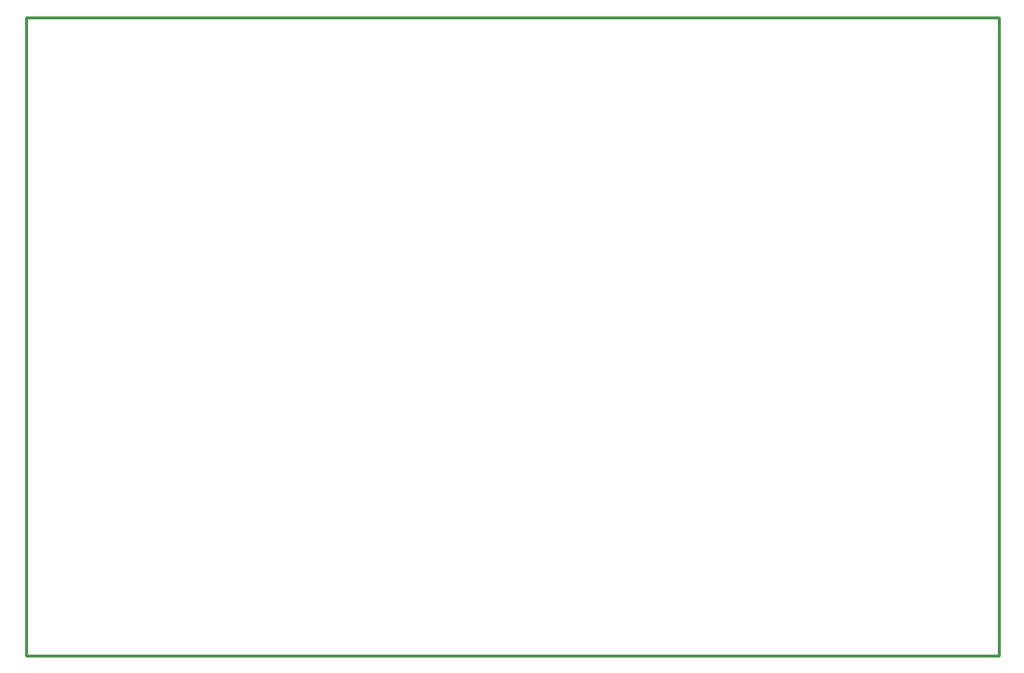
<source format=gko>
G75*
%MOIN*%
%OFA0B0*%
%FSLAX25Y25*%
%IPPOS*%
%LPD*%
%AMOC8*
5,1,8,0,0,1.08239X$1,22.5*
%
%ADD10C,0.01000*%
D10*
X0007379Y0001500D02*
X0007379Y0221500D01*
X0342379Y0221500D01*
X0342379Y0001500D01*
X0007379Y0001500D01*
M02*

</source>
